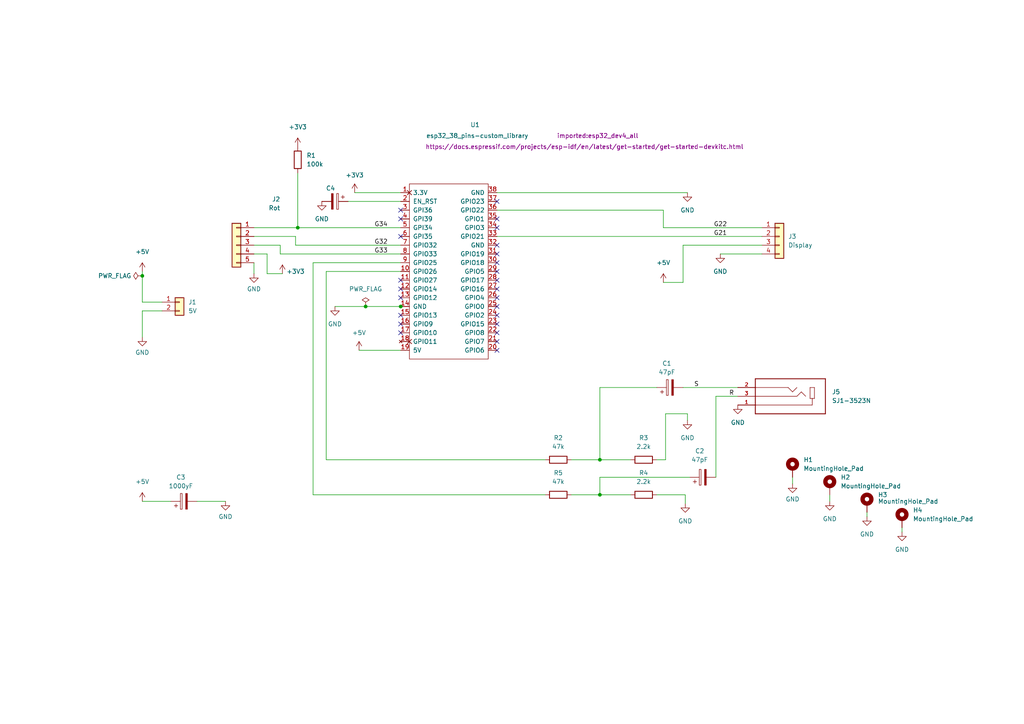
<source format=kicad_sch>
(kicad_sch (version 20211123) (generator eeschema)
  (paper "A4")
  (lib_symbols
    (symbol "Connector_Generic:Conn_01x02" (pin_names (offset 1.016) hide)
      (property "Reference" "J" (at 0 2.54 0))
      (property "Value" "Conn_01x02" (at 0 -5.08 0))
      (symbol "Conn_01x02_1_1"
        (rectangle (start -1.27 -2.413) (end 0 -2.667) (stroke (width 0.1524)))
        (rectangle (start -1.27 0.127) (end 0 -0.127) (stroke (width 0.1524)))
        (rectangle (start -1.27 1.27) (end 1.27 -3.81) (stroke (width 0.254)) (fill (type background)))
        (pin passive line (at -5.08 0 0) (length 3.81) (name "Pin_1") (number "1"))
        (pin passive line (at -5.08 -2.54 0) (length 3.81) (name "Pin_2") (number "2"))
      )
    )
    (symbol "Connector_Generic:Conn_01x04" (pin_names (offset 1.016) hide)
      (property "Reference" "J" (at 0 5.08 0))
      (property "Value" "Conn_01x04" (at 0 -7.62 0))
      (symbol "Conn_01x04_1_1"
        (rectangle (start -1.27 -4.953) (end 0 -5.207) (stroke (width 0.1524)))
        (rectangle (start -1.27 -2.413) (end 0 -2.667) (stroke (width 0.1524)))
        (rectangle (start -1.27 0.127) (end 0 -0.127) (stroke (width 0.1524)))
        (rectangle (start -1.27 2.667) (end 0 2.413) (stroke (width 0.1524)))
        (rectangle (start -1.27 3.81) (end 1.27 -6.35) (stroke (width 0.254)) (fill (type background)))
        (pin passive line (at -5.08 2.54 0) (length 3.81) (name "Pin_1") (number "1"))
        (pin passive line (at -5.08 0 0) (length 3.81) (name "Pin_2") (number "2"))
        (pin passive line (at -5.08 -2.54 0) (length 3.81) (name "Pin_3") (number "3"))
        (pin passive line (at -5.08 -5.08 0) (length 3.81) (name "Pin_4") (number "4"))
      )
    )
    (symbol "Connector_Generic:Conn_01x05" (pin_names (offset 1.016) hide)
      (property "Reference" "J" (at 0 7.62 0))
      (property "Value" "Conn_01x05" (at 0 -7.62 0))
      (symbol "Conn_01x05_1_1"
        (rectangle (start -1.27 -4.953) (end 0 -5.207) (stroke (width 0.1524)))
        (rectangle (start -1.27 -2.413) (end 0 -2.667) (stroke (width 0.1524)))
        (rectangle (start -1.27 0.127) (end 0 -0.127) (stroke (width 0.1524)))
        (rectangle (start -1.27 2.667) (end 0 2.413) (stroke (width 0.1524)))
        (rectangle (start -1.27 5.207) (end 0 4.953) (stroke (width 0.1524)))
        (rectangle (start -1.27 6.35) (end 1.27 -6.35) (stroke (width 0.254)) (fill (type background)))
        (pin passive line (at -5.08 5.08 0) (length 3.81) (name "Pin_1") (number "1"))
        (pin passive line (at -5.08 2.54 0) (length 3.81) (name "Pin_2") (number "2"))
        (pin passive line (at -5.08 0 0) (length 3.81) (name "Pin_3") (number "3"))
        (pin passive line (at -5.08 -2.54 0) (length 3.81) (name "Pin_4") (number "4"))
        (pin passive line (at -5.08 -5.08 0) (length 3.81) (name "Pin_5") (number "5"))
      )
    )
    (symbol "Device:C_Polarized" (pin_numbers hide) (pin_names (offset 0.254))
      (property "Reference" "C" (at 0.635 2.54 0))
      (property "Value" "C_Polarized" (at 0.635 -2.54 0))
      (symbol "C_Polarized_0_1"
        (rectangle (start -2.286 0.508) (end 2.286 1.016))
        (polyline (pts (xy -1.778 2.286) (xy -0.762 2.286)))
        (polyline (pts (xy -1.27 2.794) (xy -1.27 1.778)))
        (rectangle (start 2.286 -0.508) (end -2.286 -1.016) (fill (type outline)))
      )
      (symbol "C_Polarized_1_1"
        (pin passive line (at 0 3.81 270) (length 2.794) (name "~") (number "1"))
        (pin passive line (at 0 -3.81 90) (length 2.794) (name "~") (number "2"))
      )
    )
    (symbol "Device:R" (pin_numbers hide) (pin_names (offset 0))
      (property "Reference" "R" (at 2.032 0 90))
      (property "Value" "R" (at 0 0 90))
      (symbol "R_0_1"
        (rectangle (start -1.016 -2.54) (end 1.016 2.54) (stroke (width 0.254)))
      )
      (symbol "R_1_1"
        (pin passive line (at 0 3.81 270) (length 1.27) (name "~") (number "1"))
        (pin passive line (at 0 -3.81 90) (length 1.27) (name "~") (number "2"))
      )
    )
    (symbol "Mechanical:MountingHole_Pad" (pin_numbers hide) (pin_names (offset 1.016) hide)
      (property "Reference" "H" (at 0 6.35 0))
      (property "Value" "MountingHole_Pad" (at 0 4.445 0))
      (symbol "MountingHole_Pad_0_1"
        (circle (center 0 1.27) (radius 1.27) (stroke (width 1.27)))
      )
      (symbol "MountingHole_Pad_1_1"
        (pin input line (at 0 -2.54 90) (length 2.54) (name "1") (number "1"))
      )
    )
    (symbol "imported:SJ1-3523N" (pin_names (offset 1.016) hide)
      (property "Reference" "J" (at -10.16 7.62 0))
      (property "Value" "SJ1-3523N" (at -10.16 -10.16 0))
      (symbol "SJ1-3523N_0_0"
        (polyline (pts (xy -10.16 -5.08) (xy 10.16 -5.08)) (stroke (width 0.254)))
        (polyline (pts (xy -10.16 5.08) (xy -10.16 -5.08)) (stroke (width 0.254)))
        (polyline (pts (xy -6.985 -2.54) (xy -6.985 0.635)) (stroke (width 0.1524)))
        (polyline (pts (xy -6.985 0.635) (xy -6.35 0.635)) (stroke (width 0.1524)))
        (polyline (pts (xy -6.35 0.635) (xy -5.715 0.635)) (stroke (width 0.1524)))
        (polyline (pts (xy -6.35 2.54) (xy -6.35 0.635)) (stroke (width 0.1524)))
        (polyline (pts (xy -5.715 -2.54) (xy -6.985 -2.54)) (stroke (width 0.1524)))
        (polyline (pts (xy -5.715 0.635) (xy -5.715 -2.54)) (stroke (width 0.1524)))
        (polyline (pts (xy -3.175 -1.27) (xy -4.445 0)) (stroke (width 0.1524)))
        (polyline (pts (xy -1.905 0) (xy -3.175 -1.27)) (stroke (width 0.1524)))
        (polyline (pts (xy -0.635 -1.27) (xy -1.905 -2.54)) (stroke (width 0.1524)))
        (polyline (pts (xy 0.635 -2.54) (xy -0.635 -1.27)) (stroke (width 0.1524)))
        (polyline (pts (xy 10.16 -5.08) (xy 10.16 -2.54)) (stroke (width 0.254)))
        (polyline (pts (xy 10.16 -2.54) (xy 0.635 -2.54)) (stroke (width 0.1524)))
        (polyline (pts (xy 10.16 -2.54) (xy 10.16 0)) (stroke (width 0.254)))
        (polyline (pts (xy 10.16 0) (xy -1.905 0)) (stroke (width 0.1524)))
        (polyline (pts (xy 10.16 0) (xy 10.16 2.54)) (stroke (width 0.254)))
        (polyline (pts (xy 10.16 2.54) (xy -6.35 2.54)) (stroke (width 0.1524)))
        (polyline (pts (xy 10.16 2.54) (xy 10.16 5.08)) (stroke (width 0.254)))
        (polyline (pts (xy 10.16 5.08) (xy -10.16 5.08)) (stroke (width 0.254)))
        (pin passive line (at 15.24 2.54 180) (length 5.08) (name "~") (number "1"))
        (pin passive line (at 15.24 -2.54 180) (length 5.08) (name "~") (number "2"))
        (pin passive line (at 15.24 0 180) (length 5.08) (name "~") (number "3"))
      )
    )
    (symbol "imported:esp32_38_pins-custom_library" (pin_names (offset 1.016))
      (property "Reference" "U" (at -1.27 8.89 0))
      (property "Value" "esp32_38_pins-custom_library" (at 12.7 -44.45 0))
      (property "Footprint" "esp32_lora_v2:esp32_devkitv4_38pin" (at 10.16 -45.72 0))
      (property "Datasheet" "https://docs.espressif.com/projects/esp-idf/en/latest/get-started/get-started-devkitc.html" (at 0 0 0))
      (symbol "esp32_38_pins-custom_library_0_1"
        (rectangle (start -2.54 7.62) (end 20.32 -43.18))
      )
      (symbol "esp32_38_pins-custom_library_1_1"
        (pin power_out non_logic (at -5.08 5.08 0) (length 2.54) (name "3.3V") (number "1"))
        (pin bidirectional line (at -5.08 -17.78 0) (length 2.54) (name "GPIO26") (number "10"))
        (pin bidirectional line (at -5.08 -20.32 0) (length 2.54) (name "GPIO27") (number "11"))
        (pin bidirectional line (at -5.08 -22.86 0) (length 2.54) (name "GPIO14") (number "12"))
        (pin bidirectional line (at -5.08 -25.4 0) (length 2.54) (name "GPIO12") (number "13"))
        (pin power_in line (at -5.08 -27.94 0) (length 2.54) (name "GND") (number "14"))
        (pin bidirectional line (at -5.08 -30.48 0) (length 2.54) (name "GPIO13") (number "15"))
        (pin bidirectional line (at -5.08 -33.02 0) (length 2.54) (name "GPIO9") (number "16"))
        (pin bidirectional line (at -5.08 -35.56 0) (length 2.54) (name "GPIO10") (number "17"))
        (pin no_connect non_logic (at -5.08 -38.1 0) (length 2.54) (name "GPIO11") (number "18"))
        (pin power_in line (at -5.08 -40.64 0) (length 2.54) (name "5V") (number "19"))
        (pin bidirectional line (at -5.08 2.54 0) (length 2.54) (name "EN_RST") (number "2"))
        (pin bidirectional line (at 22.86 -40.64 180) (length 2.54) (name "GPIO6") (number "20"))
        (pin bidirectional line (at 22.86 -38.1 180) (length 2.54) (name "GPIO7") (number "21"))
        (pin bidirectional line (at 22.86 -35.56 180) (length 2.54) (name "GPIO8") (number "22"))
        (pin bidirectional line (at 22.86 -33.02 180) (length 2.54) (name "GPIO15") (number "23"))
        (pin bidirectional line (at 22.86 -30.48 180) (length 2.54) (name "GPIO2") (number "24"))
        (pin bidirectional line (at 22.86 -27.94 180) (length 2.54) (name "GPIO0") (number "25"))
        (pin bidirectional line (at 22.86 -25.4 180) (length 2.54) (name "GPIO4") (number "26"))
        (pin bidirectional line (at 22.86 -22.86 180) (length 2.54) (name "GPIO16") (number "27"))
        (pin bidirectional line (at 22.86 -20.32 180) (length 2.54) (name "GPIO17") (number "28"))
        (pin bidirectional line (at 22.86 -17.78 180) (length 2.54) (name "GPIO5") (number "29"))
        (pin input line (at -5.08 0 0) (length 2.54) (name "GPI36") (number "3"))
        (pin bidirectional line (at 22.86 -15.24 180) (length 2.54) (name "GPIO18") (number "30"))
        (pin bidirectional line (at 22.86 -12.7 180) (length 2.54) (name "GPIO19") (number "31"))
        (pin tri_state line (at 22.86 -10.16 180) (length 2.54) (name "GND") (number "32"))
        (pin bidirectional line (at 22.86 -7.62 180) (length 2.54) (name "GPIO21") (number "33"))
        (pin bidirectional line (at 22.86 -5.08 180) (length 2.54) (name "GPIO3") (number "34"))
        (pin bidirectional line (at 22.86 -2.54 180) (length 2.54) (name "GPIO1") (number "35"))
        (pin bidirectional line (at 22.86 0 180) (length 2.54) (name "GPIO22") (number "36"))
        (pin bidirectional line (at 22.86 2.54 180) (length 2.54) (name "GPIO23") (number "37"))
        (pin passive line (at 22.86 5.08 180) (length 2.54) (name "GND") (number "38"))
        (pin input line (at -5.08 -2.54 0) (length 2.54) (name "GPI39") (number "4"))
        (pin input line (at -5.08 -5.08 0) (length 2.54) (name "GPI34") (number "5"))
        (pin input line (at -5.08 -7.62 0) (length 2.54) (name "GPI35") (number "6"))
        (pin bidirectional line (at -5.08 -10.16 0) (length 2.54) (name "GPIO32") (number "7"))
        (pin bidirectional line (at -5.08 -12.7 0) (length 2.54) (name "GPIO33") (number "8"))
        (pin bidirectional line (at -5.08 -15.24 0) (length 2.54) (name "GPIO25") (number "9"))
      )
    )
    (symbol "power:+3V3" (power) (pin_names (offset 0))
      (property "Value" "+3V3" (at 0 3.556 0))
      (symbol "+3V3_0_1"
        (polyline (pts (xy -0.762 1.27) (xy 0 2.54)))
        (polyline (pts (xy 0 0) (xy 0 2.54)))
        (polyline (pts (xy 0 2.54) (xy 0.762 1.27)))
      )
      (symbol "+3V3_1_1"
        (pin power_in line (at 0 0 90) (length 0) hide (name "+3V3") (number "1"))
      )
    )
    (symbol "power:+5V" (power) (pin_names (offset 0))
      (property "Value" "+5V" (at 0 3.556 0))
      (symbol "+5V_0_1"
        (polyline (pts (xy -0.762 1.27) (xy 0 2.54)))
        (polyline (pts (xy 0 0) (xy 0 2.54)))
        (polyline (pts (xy 0 2.54) (xy 0.762 1.27)))
      )
      (symbol "+5V_1_1"
        (pin power_in line (at 0 0 90) (length 0) hide (name "+5V") (number "1"))
      )
    )
    (symbol "power:GND" (power) (pin_names (offset 0))
      (property "Value" "GND" (at 0 -3.81 0))
      (symbol "GND_0_1"
        (polyline (pts (xy 0 0) (xy 0 -1.27) (xy 1.27 -1.27) (xy 0 -2.54) (xy -1.27 -1.27) (xy 0 -1.27)))
      )
      (symbol "GND_1_1"
        (pin power_in line (at 0 0 270) (length 0) hide (name "GND") (number "1"))
      )
    )
    (symbol "power:PWR_FLAG" (power) (pin_numbers hide) (pin_names (offset 0) hide)
      (property "Value" "PWR_FLAG" (at 0 3.81 0))
      (symbol "PWR_FLAG_0_0"
        (pin power_out line (at 0 0 90) (length 0) (name "pwr") (number "1"))
      )
      (symbol "PWR_FLAG_0_1"
        (polyline (pts (xy 0 0) (xy 0 1.27) (xy -1.016 1.905) (xy 0 2.54) (xy 1.016 1.905) (xy 0 1.27)))
      )
    )
  )
  (junction (at 106.045 88.9))
  (junction (at 173.99 143.51))
  (junction (at 86.36 66.04))
  (junction (at 116.205 88.9))
  (junction (at 173.99 133.35))
  (junction (at 41.275 80.01))
  (no_connect (at 116.205 96.52))
  (no_connect (at 116.205 93.98))
  (no_connect (at 116.205 91.44))
  (no_connect (at 116.205 81.28))
  (no_connect (at 116.205 83.82))
  (no_connect (at 116.205 86.36))
  (no_connect (at 116.205 68.58))
  (no_connect (at 116.205 60.96))
  (no_connect (at 116.205 63.5))
  (no_connect (at 144.145 66.04))
  (no_connect (at 144.145 93.98))
  (no_connect (at 144.145 96.52))
  (no_connect (at 144.145 73.66))
  (no_connect (at 144.145 76.2))
  (no_connect (at 144.145 78.74))
  (no_connect (at 144.145 81.28))
  (no_connect (at 144.145 83.82))
  (no_connect (at 144.145 86.36))
  (no_connect (at 144.145 88.9))
  (no_connect (at 144.145 91.44))
  (no_connect (at 144.145 99.06))
  (no_connect (at 144.145 101.6))
  (no_connect (at 144.145 58.42))
  (no_connect (at 144.145 63.5))
  (no_connect (at 144.145 71.12))
  (wire (pts (xy 94.615 78.74) (xy 116.205 78.74)))
  (wire (pts (xy 46.99 90.17) (xy 41.275 90.17)))
  (wire (pts (xy 85.725 68.58) (xy 73.66 68.58)))
  (wire (pts (xy 73.66 71.12) (xy 81.28 71.12)))
  (wire (pts (xy 106.045 88.9) (xy 116.205 88.9)))
  (wire (pts (xy 190.5 133.35) (xy 193.04 133.35)))
  (wire (pts (xy 198.12 112.395) (xy 213.995 112.395)))
  (wire (pts (xy 199.39 120.015) (xy 199.39 121.92)))
  (wire (pts (xy 116.205 71.12) (xy 85.725 71.12)))
  (wire (pts (xy 41.275 78.74) (xy 41.275 80.01)))
  (wire (pts (xy 220.98 66.04) (xy 192.405 66.04)))
  (wire (pts (xy 81.28 73.66) (xy 81.28 71.12)))
  (wire (pts (xy 173.99 133.35) (xy 182.88 133.35)))
  (wire (pts (xy 144.145 55.88) (xy 199.39 55.88)))
  (wire (pts (xy 190.5 112.395) (xy 173.99 112.395)))
  (wire (pts (xy 192.405 60.96) (xy 192.405 66.04)))
  (wire (pts (xy 173.99 143.51) (xy 182.88 143.51)))
  (wire (pts (xy 193.04 133.35) (xy 193.04 120.015)))
  (wire (pts (xy 77.47 79.375) (xy 81.915 79.375)))
  (wire (pts (xy 193.04 120.015) (xy 199.39 120.015)))
  (wire (pts (xy 198.12 81.915) (xy 192.405 81.915)))
  (wire (pts (xy 198.755 143.51) (xy 198.755 146.05)))
  (wire (pts (xy 165.735 133.35) (xy 173.99 133.35)))
  (wire (pts (xy 100.965 58.42) (xy 116.205 58.42)))
  (wire (pts (xy 41.275 80.01) (xy 41.275 87.63)))
  (wire (pts (xy 73.66 66.04) (xy 86.36 66.04)))
  (wire (pts (xy 85.725 71.12) (xy 85.725 68.58)))
  (wire (pts (xy 116.205 88.9) (xy 116.84 88.9)))
  (wire (pts (xy 97.155 88.9) (xy 106.045 88.9)))
  (wire (pts (xy 73.66 76.2) (xy 73.66 79.375)))
  (wire (pts (xy 173.99 138.43) (xy 200.025 138.43)))
  (wire (pts (xy 94.615 133.35) (xy 94.615 78.74)))
  (wire (pts (xy 90.805 76.2) (xy 116.205 76.2)))
  (wire (pts (xy 104.14 101.6) (xy 116.205 101.6)))
  (wire (pts (xy 86.36 66.04) (xy 116.205 66.04)))
  (wire (pts (xy 144.145 68.58) (xy 220.98 68.58)))
  (wire (pts (xy 86.36 50.165) (xy 86.36 66.04)))
  (wire (pts (xy 208.915 73.66) (xy 220.98 73.66)))
  (wire (pts (xy 90.805 76.2) (xy 90.805 143.51)))
  (wire (pts (xy 165.735 143.51) (xy 173.99 143.51)))
  (wire (pts (xy 240.665 143.51) (xy 240.665 145.415)))
  (wire (pts (xy 190.5 143.51) (xy 198.755 143.51)))
  (wire (pts (xy 41.275 90.17) (xy 41.275 97.79)))
  (wire (pts (xy 41.275 145.415) (xy 49.53 145.415)))
  (wire (pts (xy 116.205 73.66) (xy 81.28 73.66)))
  (wire (pts (xy 102.87 55.88) (xy 116.205 55.88)))
  (wire (pts (xy 261.62 153.035) (xy 261.62 154.305)))
  (wire (pts (xy 220.98 71.12) (xy 198.12 71.12)))
  (wire (pts (xy 229.87 138.43) (xy 229.87 140.335)))
  (wire (pts (xy 57.15 145.415) (xy 65.405 145.415)))
  (wire (pts (xy 251.46 148.59) (xy 251.46 149.86)))
  (wire (pts (xy 73.66 73.66) (xy 77.47 73.66)))
  (wire (pts (xy 77.47 73.66) (xy 77.47 79.375)))
  (wire (pts (xy 198.12 71.12) (xy 198.12 81.915)))
  (wire (pts (xy 41.275 87.63) (xy 46.99 87.63)))
  (wire (pts (xy 158.115 133.35) (xy 94.615 133.35)))
  (wire (pts (xy 173.99 143.51) (xy 173.99 138.43)))
  (wire (pts (xy 173.99 112.395) (xy 173.99 133.35)))
  (wire (pts (xy 144.145 60.96) (xy 192.405 60.96)))
  (wire (pts (xy 90.805 143.51) (xy 158.115 143.51)))
  (wire (pts (xy 207.645 114.935) (xy 213.995 114.935)))
  (wire (pts (xy 207.645 138.43) (xy 207.645 114.935)))
  (label "S" (at 201.295 112.395 0))
  (label "G33" (at 108.585 73.66 0))
  (label "G21" (at 207.01 68.58 0))
  (label "G32" (at 108.585 71.12 0))
  (label "G22" (at 207.01 66.04 0))
  (label "G34" (at 108.585 66.04 0))
  (label "R" (at 211.455 114.935 0))
  (symbol (lib_id "imported:SJ1-3523N") (at 229.235 114.935 180) (unit 1)
    (property "Reference" "J5" (at 241.3 113.6649 0) (effects (justify right)))
    (property "Value" "SJ1-3523N" (at 241.3 116.2049 0) (effects (justify right)))
    (property "Footprint" "importedFootprint:CUI_SJ1-3523N" (effects hide))
    (property "MANUFACTURER" "CUI" (effects hide))
    (property "STANDARD" "Manufacturer recommendation" (effects hide))
    (property "PARTREV" "1.02" (effects hide))
  )
  (symbol (lib_id "Device:R") (at 186.69 133.35 90) (unit 1)
    (property "Reference" "R3" (at 186.69 127 90))
    (property "Value" "2.2k" (at 186.69 129.54 90))
    (property "Footprint" "Resistor_THT:R_Axial_DIN0309_L9.0mm_D3.2mm_P2.54mm_Vertical" (effects hide))
  )
  (symbol (lib_id "power:+5V") (at 41.275 78.74 0) (unit 1)
    (property "Reference" "#PWR0109" (effects hide))
    (property "Value" "+5V" (at 41.275 73.025 0))
  )
  (symbol (lib_id "Device:R") (at 186.69 143.51 90) (unit 1)
    (property "Reference" "R4" (at 186.69 137.16 90))
    (property "Value" "2.2k" (at 186.69 139.7 90))
    (property "Footprint" "Resistor_THT:R_Axial_DIN0309_L9.0mm_D3.2mm_P2.54mm_Vertical" (effects hide))
  )
  (symbol (lib_id "power:GND") (at 240.665 145.415 0) (unit 1)
    (property "Reference" "#PWR0119" (effects hide))
    (property "Value" "GND" (at 240.665 150.495 0))
  )
  (symbol (lib_id "power:GND") (at 73.66 79.375 0) (unit 1)
    (property "Reference" "#PWR0113" (effects hide))
    (property "Value" "GND" (at 73.66 83.82 0))
  )
  (symbol (lib_id "power:GND") (at 65.405 145.415 0) (unit 1)
    (property "Reference" "#PWR0112" (effects hide))
    (property "Value" "GND" (at 65.405 149.86 0))
  )
  (symbol (lib_id "power:+3V3") (at 102.87 55.88 0) (unit 1)
    (property "Reference" "#PWR0103" (effects hide))
    (property "Value" "+3V3" (at 102.87 50.8 0))
  )
  (symbol (lib_id "power:+3V3") (at 81.915 79.375 0) (unit 1)
    (property "Reference" "#PWR0114" (effects hide))
    (property "Value" "+3V3" (at 85.725 78.74 0))
  )
  (symbol (lib_id "Connector_Generic:Conn_01x04") (at 226.06 68.58 0) (unit 1)
    (property "Reference" "J3" (at 228.6 68.5799 0) (effects (justify left)))
    (property "Value" "Display" (at 228.6 71.1199 0) (effects (justify left)))
    (property "Footprint" "Connector_PinHeader_2.54mm:PinHeader_1x04_P2.54mm_Vertical" (effects hide))
  )
  (symbol (lib_id "power:GND") (at 93.345 58.42 0) (unit 1)
    (property "Reference" "#PWR0120" (effects hide))
    (property "Value" "GND" (at 93.345 63.5 0))
  )
  (symbol (lib_id "power:GND") (at 261.62 154.305 0) (unit 1)
    (property "Reference" "#PWR01" (effects hide))
    (property "Value" "GND" (at 261.62 159.385 0))
  )
  (symbol (lib_id "Connector_Generic:Conn_01x05") (at 68.58 71.12 0) (mirror y) (unit 1)
    (property "Reference" "J2" (at 81.28 57.785 0) (effects (justify left)))
    (property "Value" "Rot" (at 81.28 60.325 0) (effects (justify left)))
    (property "Footprint" "Connector_PinHeader_2.54mm:PinHeader_1x05_P2.54mm_Vertical" (effects hide))
  )
  (symbol (lib_id "power:GND") (at 97.155 88.9 0) (unit 1)
    (property "Reference" "#PWR0101" (effects hide))
    (property "Value" "GND" (at 97.155 93.98 0))
  )
  (symbol (lib_id "Mechanical:MountingHole_Pad") (at 261.62 150.495 0) (unit 1)
    (property "Reference" "H4" (at 264.795 147.9549 0) (effects (justify left)))
    (property "Value" "MountingHole_Pad" (at 264.795 150.4949 0) (effects (justify left)))
    (property "Footprint" "MountingHole:MountingHole_3.2mm_M3_DIN965_Pad" (effects hide))
  )
  (symbol (lib_id "Connector_Generic:Conn_01x02") (at 52.07 87.63 0) (unit 1)
    (property "Reference" "J1" (at 54.61 87.6299 0) (effects (justify left)))
    (property "Value" "5V" (at 54.61 90.1699 0) (effects (justify left)))
    (property "Footprint" "Connector_PinHeader_2.54mm:PinHeader_1x02_P2.54mm_Vertical" (effects hide))
  )
  (symbol (lib_id "power:GND") (at 199.39 55.88 0) (unit 1)
    (property "Reference" "#PWR0105" (effects hide))
    (property "Value" "GND" (at 199.39 60.96 0))
  )
  (symbol (lib_id "power:GND") (at 199.39 121.92 0) (unit 1)
    (property "Reference" "#PWR0117" (effects hide))
    (property "Value" "GND" (at 199.39 127 0))
  )
  (symbol (lib_id "power:GND") (at 198.755 146.05 0) (unit 1)
    (property "Reference" "#PWR0116" (effects hide))
    (property "Value" "GND" (at 198.755 151.13 0))
  )
  (symbol (lib_id "Device:C_Polarized") (at 203.835 138.43 90) (unit 1)
    (property "Reference" "C2" (at 202.946 130.81 90))
    (property "Value" "47pF" (at 202.946 133.35 90))
    (property "Footprint" "Capacitor_THT:CP_Radial_D4.0mm_P2.00mm" (effects hide))
  )
  (symbol (lib_id "Mechanical:MountingHole_Pad") (at 251.46 146.05 0) (unit 1)
    (property "Reference" "H3" (at 254.635 143.5099 0) (effects (justify left)))
    (property "Value" "MountingHole_Pad" (at 254.635 145.415 0) (effects (justify left)))
    (property "Footprint" "MountingHole:MountingHole_3.2mm_M3_DIN965_Pad" (effects hide))
  )
  (symbol (lib_id "Device:R") (at 86.36 46.355 0) (unit 1)
    (property "Reference" "R1" (at 88.9 45.0849 0) (effects (justify left)))
    (property "Value" "100k" (at 88.9 47.6249 0) (effects (justify left)))
    (property "Footprint" "Resistor_THT:R_Axial_DIN0309_L9.0mm_D3.2mm_P2.54mm_Vertical" (effects hide))
  )
  (symbol (lib_id "Mechanical:MountingHole_Pad") (at 240.665 140.97 0) (unit 1)
    (property "Reference" "H2" (at 243.84 138.4299 0) (effects (justify left)))
    (property "Value" "MountingHole_Pad" (at 243.84 140.9699 0) (effects (justify left)))
    (property "Footprint" "MountingHole:MountingHole_3.2mm_M3_DIN965_Pad" (effects hide))
  )
  (symbol (lib_id "power:GND") (at 41.275 97.79 0) (unit 1)
    (property "Reference" "#PWR0110" (effects hide))
    (property "Value" "GND" (at 41.275 102.235 0))
  )
  (symbol (lib_id "power:PWR_FLAG") (at 41.275 80.01 90) (unit 1)
    (property "Reference" "#FLG0102" (effects hide))
    (property "Value" "PWR_FLAG" (at 38.1 80.0099 90) (effects (justify left)))
  )
  (symbol (lib_id "Device:R") (at 161.925 143.51 90) (unit 1)
    (property "Reference" "R5" (at 161.925 137.16 90))
    (property "Value" "47k" (at 161.925 139.7 90))
    (property "Footprint" "Resistor_THT:R_Axial_DIN0309_L9.0mm_D3.2mm_P2.54mm_Vertical" (effects hide))
  )
  (symbol (lib_id "power:+3V3") (at 86.36 42.545 0) (unit 1)
    (property "Reference" "#PWR0104" (effects hide))
    (property "Value" "+3V3" (at 86.36 36.83 0))
  )
  (symbol (lib_id "power:GND") (at 213.995 117.475 0) (unit 1)
    (property "Reference" "#PWR0115" (effects hide))
    (property "Value" "GND" (at 213.995 122.555 0))
  )
  (symbol (lib_id "power:GND") (at 208.915 73.66 0) (unit 1)
    (property "Reference" "#PWR0107" (effects hide))
    (property "Value" "GND" (at 208.915 78.74 0))
  )
  (symbol (lib_id "power:+5V") (at 104.14 101.6 0) (unit 1)
    (property "Reference" "#PWR0102" (effects hide))
    (property "Value" "+5V" (at 104.14 96.52 0))
  )
  (symbol (lib_id "power:PWR_FLAG") (at 106.045 88.9 0) (unit 1)
    (property "Reference" "#FLG0104" (effects hide))
    (property "Value" "PWR_FLAG" (at 106.045 83.82 0))
  )
  (symbol (lib_id "power:+5V") (at 192.405 81.915 0) (unit 1)
    (property "Reference" "#PWR0106" (effects hide))
    (property "Value" "+5V" (at 192.405 76.2 0))
  )
  (symbol (lib_id "power:GND") (at 251.46 149.86 0) (unit 1)
    (property "Reference" "#PWR0118" (effects hide))
    (property "Value" "GND" (at 251.46 154.94 0))
  )
  (symbol (lib_id "power:GND") (at 229.87 140.335 0) (unit 1)
    (property "Reference" "#PWR0108" (effects hide))
    (property "Value" "GND" (at 229.87 144.78 0))
  )
  (symbol (lib_id "Device:R") (at 161.925 133.35 90) (unit 1)
    (property "Reference" "R2" (at 161.925 127 90))
    (property "Value" "47k" (at 161.925 129.54 90))
    (property "Footprint" "Resistor_THT:R_Axial_DIN0309_L9.0mm_D3.2mm_P2.54mm_Vertical" (effects hide))
  )
  (symbol (lib_id "power:+5V") (at 41.275 145.415 0) (unit 1)
    (property "Reference" "#PWR0111" (effects hide))
    (property "Value" "+5V" (at 41.275 139.7 0))
  )
  (symbol (lib_id "Device:C_Polarized") (at 194.31 112.395 90) (unit 1)
    (property "Reference" "C1" (at 193.421 105.41 90))
    (property "Value" "47pF" (at 193.421 107.95 90))
    (property "Footprint" "Capacitor_THT:CP_Radial_D4.0mm_P2.00mm" (effects hide))
  )
  (symbol (lib_id "Device:C_Polarized") (at 53.34 145.415 90) (unit 1)
    (property "Reference" "C3" (at 52.451 138.43 90))
    (property "Value" "1000yF" (at 52.451 140.97 90))
    (property "Footprint" "Capacitor_THT:CP_Radial_D10.0mm_P2.50mm" (effects hide))
  )
  (symbol (lib_id "imported:esp32_38_pins-custom_library") (at 121.285 60.96 0) (unit 1)
    (property "Reference" "U1" (at 137.795 36.195 0))
    (property "Value" "esp32_38_pins-custom_library" (at 138.43 39.37 0))
    (property "Footprint" "imported:esp32_dev4_all" (at 173.355 39.37 0))
    (property "Datasheet" "https://docs.espressif.com/projects/esp-idf/en/latest/get-started/get-started-devkitc.html" (at 169.545 42.545 0))
  )
  (symbol (lib_id "Device:C_Polarized") (at 97.155 58.42 270) (unit 1)
    (property "Reference" "C4" (at 95.885 54.61 90))
    (property "Value" "10yF" (effects hide))
    (property "Footprint" "Capacitor_THT:CP_Radial_D4.0mm_P2.00mm" (effects hide))
  )
  (symbol (lib_id "Mechanical:MountingHole_Pad") (at 229.87 135.89 0) (unit 1)
    (property "Reference" "H1" (at 233.045 133.3499 0) (effects (justify left)))
    (property "Value" "MountingHole_Pad" (at 233.045 135.8899 0) (effects (justify left)))
    (property "Footprint" "MountingHole:MountingHole_3.2mm_M3_DIN965_Pad" (effects hide))
  )
)
</source>
